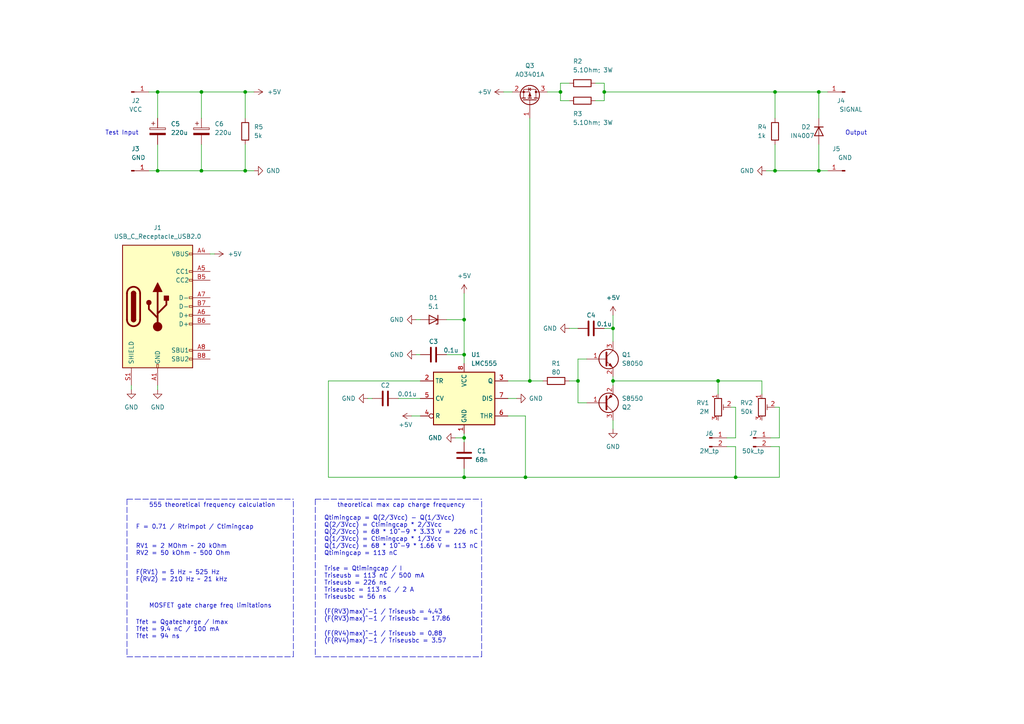
<source format=kicad_sch>
(kicad_sch (version 20211123) (generator eeschema)
  (paper "A4")
  (title_block (title "Cubic Wave Generator") (date "2023-04-24") (rev "5") (company "shklj"))
  (lib_symbols
    (symbol "Connector:Conn_01x01_Male" (pin_names (offset 1.016) hide)
      (property "Reference" "J" (at 0 2.54 0))
      (property "Value" "Conn_01x01_Male" (at 0 -2.54 0))
      (symbol "Conn_01x01_Male_1_1"
        (polyline (pts (xy 1.27 0) (xy 0.8636 0)) (stroke (width 0.1524)))
        (rectangle (start 0.8636 0.127) (end 0 -0.127) (stroke (width 0.1524)) (fill (type outline)))
        (pin passive line (at 5.08 0 180) (length 3.81) (name "Pin_1") (number "1"))
      )
    )
    (symbol "Connector:Conn_01x02_Male" (pin_names (offset 1.016) hide)
      (property "Reference" "J" (at 0 2.54 0))
      (property "Value" "Conn_01x02_Male" (at 0 -5.08 0))
      (symbol "Conn_01x02_Male_1_1"
        (polyline (pts (xy 1.27 -2.54) (xy 0.8636 -2.54)) (stroke (width 0.1524)))
        (polyline (pts (xy 1.27 0) (xy 0.8636 0)) (stroke (width 0.1524)))
        (rectangle (start 0.8636 -2.413) (end 0 -2.667) (stroke (width 0.1524)) (fill (type outline)))
        (rectangle (start 0.8636 0.127) (end 0 -0.127) (stroke (width 0.1524)) (fill (type outline)))
        (pin passive line (at 5.08 0 180) (length 3.81) (name "Pin_1") (number "1"))
        (pin passive line (at 5.08 -2.54 180) (length 3.81) (name "Pin_2") (number "2"))
      )
    )
    (symbol "Connector:USB_C_Receptacle_USB2.0" (pin_names (offset 1.016))
      (property "Reference" "J" (at -10.16 19.05 0))
      (property "Value" "USB_C_Receptacle_USB2.0" (at 19.05 19.05 0))
      (symbol "USB_C_Receptacle_USB2.0_0_0"
        (rectangle (start -0.254 -17.78) (end 0.254 -16.764))
        (rectangle (start 10.16 -14.986) (end 9.144 -15.494))
        (rectangle (start 10.16 -12.446) (end 9.144 -12.954))
        (rectangle (start 10.16 -4.826) (end 9.144 -5.334))
        (rectangle (start 10.16 -2.286) (end 9.144 -2.794))
        (rectangle (start 10.16 0.254) (end 9.144 -0.254))
        (rectangle (start 10.16 2.794) (end 9.144 2.286))
        (rectangle (start 10.16 7.874) (end 9.144 7.366))
        (rectangle (start 10.16 10.414) (end 9.144 9.906))
        (rectangle (start 10.16 15.494) (end 9.144 14.986))
      )
      (symbol "USB_C_Receptacle_USB2.0_0_1"
        (rectangle (start -10.16 17.78) (end 10.16 -17.78) (stroke (width 0.254)) (fill (type background)))
        (arc (start -8.89 -3.81) (mid -6.985 -5.715) (end -5.08 -3.81) (stroke (width 0.508)))
        (arc (start -7.62 -3.81) (mid -6.985 -4.445) (end -6.35 -3.81) (stroke (width 0.254)))
        (arc (start -7.62 -3.81) (mid -6.985 -4.445) (end -6.35 -3.81) (stroke (width 0.254)) (fill (type outline)))
        (rectangle (start -7.62 -3.81) (end -6.35 3.81) (stroke (width 0.254)) (fill (type outline)))
        (arc (start -6.35 3.81) (mid -6.985 4.445) (end -7.62 3.81) (stroke (width 0.254)))
        (arc (start -6.35 3.81) (mid -6.985 4.445) (end -7.62 3.81) (stroke (width 0.254)) (fill (type outline)))
        (arc (start -5.08 3.81) (mid -6.985 5.715) (end -8.89 3.81) (stroke (width 0.508)))
        (circle (center -2.54 1.143) (radius 0.635) (stroke (width 0.254)) (fill (type outline)))
        (circle (center 0 -5.842) (radius 1.27) (fill (type outline)))
        (polyline (pts (xy -8.89 -3.81) (xy -8.89 3.81)) (stroke (width 0.508)))
        (polyline (pts (xy -5.08 3.81) (xy -5.08 -3.81)) (stroke (width 0.508)))
        (polyline (pts (xy 0 -5.842) (xy 0 4.318)) (stroke (width 0.508)))
        (polyline (pts (xy 0 -3.302) (xy -2.54 -0.762) (xy -2.54 0.508)) (stroke (width 0.508)))
        (polyline (pts (xy 0 -2.032) (xy 2.54 0.508) (xy 2.54 1.778)) (stroke (width 0.508)))
        (polyline (pts (xy -1.27 4.318) (xy 0 6.858) (xy 1.27 4.318) (xy -1.27 4.318)) (stroke (width 0.254)) (fill (type outline)))
        (rectangle (start 1.905 1.778) (end 3.175 3.048) (stroke (width 0.254)) (fill (type outline)))
      )
      (symbol "USB_C_Receptacle_USB2.0_1_1"
        (pin passive line (at 0 -22.86 90) (length 5.08) (name "GND") (number "A1"))
        (pin passive line (at 0 -22.86 90) (length 5.08) hide (name "GND") (number "A12"))
        (pin passive line (at 15.24 15.24 180) (length 5.08) (name "VBUS") (number "A4"))
        (pin bidirectional line (at 15.24 10.16 180) (length 5.08) (name "CC1") (number "A5"))
        (pin bidirectional line (at 15.24 -2.54 180) (length 5.08) (name "D+") (number "A6"))
        (pin bidirectional line (at 15.24 2.54 180) (length 5.08) (name "D-") (number "A7"))
        (pin bidirectional line (at 15.24 -12.7 180) (length 5.08) (name "SBU1") (number "A8"))
        (pin passive line (at 15.24 15.24 180) (length 5.08) hide (name "VBUS") (number "A9"))
        (pin passive line (at 0 -22.86 90) (length 5.08) hide (name "GND") (number "B1"))
        (pin passive line (at 0 -22.86 90) (length 5.08) hide (name "GND") (number "B12"))
        (pin passive line (at 15.24 15.24 180) (length 5.08) hide (name "VBUS") (number "B4"))
        (pin bidirectional line (at 15.24 7.62 180) (length 5.08) (name "CC2") (number "B5"))
        (pin bidirectional line (at 15.24 -5.08 180) (length 5.08) (name "D+") (number "B6"))
        (pin bidirectional line (at 15.24 0 180) (length 5.08) (name "D-") (number "B7"))
        (pin bidirectional line (at 15.24 -15.24 180) (length 5.08) (name "SBU2") (number "B8"))
        (pin passive line (at 15.24 15.24 180) (length 5.08) hide (name "VBUS") (number "B9"))
        (pin passive line (at -7.62 -22.86 90) (length 5.08) (name "SHIELD") (number "S1"))
      )
    )
    (symbol "Device:C" (pin_numbers hide) (pin_names (offset 0.254))
      (property "Reference" "C" (at 0.635 2.54 0))
      (property "Value" "C" (at 0.635 -2.54 0))
      (symbol "C_0_1"
        (polyline (pts (xy -2.032 -0.762) (xy 2.032 -0.762)) (stroke (width 0.508)))
        (polyline (pts (xy -2.032 0.762) (xy 2.032 0.762)) (stroke (width 0.508)))
      )
      (symbol "C_1_1"
        (pin passive line (at 0 3.81 270) (length 2.794) (name "~") (number "1"))
        (pin passive line (at 0 -3.81 90) (length 2.794) (name "~") (number "2"))
      )
    )
    (symbol "Device:C_Polarized" (pin_numbers hide) (pin_names (offset 0.254))
      (property "Reference" "C" (at 0.635 2.54 0))
      (property "Value" "C_Polarized" (at 0.635 -2.54 0))
      (symbol "C_Polarized_0_1"
        (rectangle (start -2.286 0.508) (end 2.286 1.016))
        (polyline (pts (xy -1.778 2.286) (xy -0.762 2.286)))
        (polyline (pts (xy -1.27 2.794) (xy -1.27 1.778)))
        (rectangle (start 2.286 -0.508) (end -2.286 -1.016) (fill (type outline)))
      )
      (symbol "C_Polarized_1_1"
        (pin passive line (at 0 3.81 270) (length 2.794) (name "~") (number "1"))
        (pin passive line (at 0 -3.81 90) (length 2.794) (name "~") (number "2"))
      )
    )
    (symbol "Device:D" (pin_numbers hide) (pin_names (offset 1.016) hide)
      (property "Reference" "D" (at 0 2.54 0))
      (property "Value" "D" (at 0 -2.54 0))
      (symbol "D_0_1"
        (polyline (pts (xy -1.27 1.27) (xy -1.27 -1.27)) (stroke (width 0.254)))
        (polyline (pts (xy 1.27 0) (xy -1.27 0)))
        (polyline (pts (xy 1.27 1.27) (xy 1.27 -1.27) (xy -1.27 0) (xy 1.27 1.27)) (stroke (width 0.254)))
      )
      (symbol "D_1_1"
        (pin passive line (at -3.81 0 0) (length 2.54) (name "K") (number "1"))
        (pin passive line (at 3.81 0 180) (length 2.54) (name "A") (number "2"))
      )
    )
    (symbol "Device:D_Zener" (pin_numbers hide) (pin_names (offset 1.016) hide)
      (property "Reference" "D" (at 0 2.54 0))
      (property "Value" "D_Zener" (at 0 -2.54 0))
      (symbol "D_Zener_0_1"
        (polyline (pts (xy 1.27 0) (xy -1.27 0)))
        (polyline (pts (xy -1.27 -1.27) (xy -1.27 1.27) (xy -0.762 1.27)) (stroke (width 0.254)))
        (polyline (pts (xy 1.27 -1.27) (xy 1.27 1.27) (xy -1.27 0) (xy 1.27 -1.27)) (stroke (width 0.254)))
      )
      (symbol "D_Zener_1_1"
        (pin passive line (at -3.81 0 0) (length 2.54) (name "K") (number "1"))
        (pin passive line (at 3.81 0 180) (length 2.54) (name "A") (number "2"))
      )
    )
    (symbol "Device:R" (pin_numbers hide) (pin_names (offset 0))
      (property "Reference" "R" (at 2.032 0 90))
      (property "Value" "R" (at 0 0 90))
      (symbol "R_0_1"
        (rectangle (start -1.016 -2.54) (end 1.016 2.54) (stroke (width 0.254)))
      )
      (symbol "R_1_1"
        (pin passive line (at 0 3.81 270) (length 1.27) (name "~") (number "1"))
        (pin passive line (at 0 -3.81 90) (length 1.27) (name "~") (number "2"))
      )
    )
    (symbol "Device:R_Potentiometer_Trim" (pin_names (offset 1.016) hide)
      (property "Reference" "RV" (at -4.445 0 90))
      (property "Value" "R_Potentiometer_Trim" (at -2.54 0 90))
      (symbol "R_Potentiometer_Trim_0_1"
        (polyline (pts (xy 1.524 0.762) (xy 1.524 -0.762)))
        (polyline (pts (xy 2.54 0) (xy 1.524 0)))
        (rectangle (start 1.016 2.54) (end -1.016 -2.54) (stroke (width 0.254)))
      )
      (symbol "R_Potentiometer_Trim_1_1"
        (pin passive line (at 0 3.81 270) (length 1.27) (name "1") (number "1"))
        (pin passive line (at 3.81 0 180) (length 1.27) (name "2") (number "2"))
        (pin passive line (at 0 -3.81 90) (length 1.27) (name "3") (number "3"))
      )
    )
    (symbol "Timer:NE555D"
      (property "Reference" "U" (at -10.16 8.89 0))
      (property "Value" "NE555D" (at 2.54 8.89 0))
      (symbol "NE555D_0_0"
        (pin power_in line (at 0 -10.16 90) (length 2.54) (name "GND") (number "1"))
        (pin power_in line (at 0 10.16 270) (length 2.54) (name "VCC") (number "8"))
      )
      (symbol "NE555D_0_1"
        (rectangle (start -8.89 -7.62) (end 8.89 7.62) (stroke (width 0.254)) (fill (type background)))
        (rectangle (start -8.89 -7.62) (end 8.89 7.62) (stroke (width 0.254)) (fill (type background)))
      )
      (symbol "NE555D_1_1"
        (pin input line (at -12.7 5.08 0) (length 3.81) (name "TR") (number "2"))
        (pin output line (at 12.7 5.08 180) (length 3.81) (name "Q") (number "3"))
        (pin input inverted (at -12.7 -5.08 0) (length 3.81) (name "R") (number "4"))
        (pin input line (at -12.7 0 0) (length 3.81) (name "CV") (number "5"))
        (pin input line (at 12.7 -5.08 180) (length 3.81) (name "THR") (number "6"))
        (pin input line (at 12.7 0 180) (length 3.81) (name "DIS") (number "7"))
      )
    )
    (symbol "Transistor_BJT:S8050" (pin_names (offset 0) hide)
      (property "Reference" "Q1" (at 5.08 1.2701 0))
      (property "Value" "S8050" (at 5.08 -1.2699 0))
      (symbol "S8050_0_1"
        (polyline (pts (xy 0 0) (xy 0.635 0)))
        (polyline (pts (xy 0.635 0.635) (xy 2.54 2.54)))
        (polyline (pts (xy 0.635 -0.635) (xy 2.54 -2.54) (xy 2.54 -2.54)))
        (polyline (pts (xy 0.635 1.905) (xy 0.635 -1.905) (xy 0.635 -1.905)) (stroke (width 0.508)))
        (polyline (pts (xy 1.27 -1.778) (xy 1.778 -1.27) (xy 2.286 -2.286) (xy 1.27 -1.778) (xy 1.27 -1.778)) (fill (type outline)))
        (circle (center 1.27 0) (radius 2.8194) (stroke (width 0.254)))
      )
      (symbol "S8050_1_1"
        (pin input line (at -5.08 0 0) (length 5.08) (name "B") (number "1"))
        (pin passive line (at 2.54 -5.08 90) (length 2.54) (name "E") (number "2"))
        (pin passive line (at 2.54 5.08 270) (length 2.54) (name "C") (number "3"))
      )
    )
    (symbol "Transistor_BJT:S8550" (pin_names (offset 0) hide)
      (property "Reference" "Q2" (at 5.08 1.2701 0))
      (property "Value" "S8550" (at 5.08 -1.2699 0))
      (symbol "S8550_0_1"
        (polyline (pts (xy 0 0) (xy 0.635 0)))
        (polyline (pts (xy 2.54 -2.54) (xy 0.635 -0.635)))
        (polyline (pts (xy 2.54 2.54) (xy 0.635 0.635)))
        (polyline (pts (xy 0.635 1.905) (xy 0.635 -1.905) (xy 0.635 -1.905)) (stroke (width 0.508)) (fill (type outline)))
        (polyline (pts (xy 1.778 -2.286) (xy 2.286 -1.778) (xy 1.27 -1.27) (xy 1.778 -2.286) (xy 1.778 -2.286)) (fill (type outline)))
        (circle (center 1.27 0) (radius 2.8194) (stroke (width 0.254)))
      )
      (symbol "S8550_1_1"
        (pin input line (at -5.08 0 0) (length 5.08) (name "B") (number "1"))
        (pin passive line (at 2.54 -5.08 90) (length 2.54) (name "E") (number "2"))
        (pin passive line (at 2.54 5.08 270) (length 2.54) (name "C") (number "3"))
      )
    )
    (symbol "Transistor_FET:AO3401A" (pin_names hide)
      (property "Reference" "Q" (at 5.08 1.905 0))
      (property "Value" "AO3401A" (at 5.08 0 0))
      (symbol "AO3401A_0_1"
        (polyline (pts (xy 0.254 0) (xy -2.54 0)))
        (polyline (pts (xy 0.254 1.905) (xy 0.254 -1.905)) (stroke (width 0.254)))
        (polyline (pts (xy 0.762 -1.27) (xy 0.762 -2.286)) (stroke (width 0.254)))
        (polyline (pts (xy 0.762 0.508) (xy 0.762 -0.508)) (stroke (width 0.254)))
        (polyline (pts (xy 0.762 2.286) (xy 0.762 1.27)) (stroke (width 0.254)))
        (polyline (pts (xy 2.54 2.54) (xy 2.54 1.778)))
        (polyline (pts (xy 2.54 -2.54) (xy 2.54 0) (xy 0.762 0)))
        (polyline (pts (xy 0.762 1.778) (xy 3.302 1.778) (xy 3.302 -1.778) (xy 0.762 -1.778)))
        (polyline (pts (xy 2.286 0) (xy 1.27 0.381) (xy 1.27 -0.381) (xy 2.286 0)) (fill (type outline)))
        (polyline (pts (xy 2.794 -0.508) (xy 2.921 -0.381) (xy 3.683 -0.381) (xy 3.81 -0.254)))
        (polyline (pts (xy 3.302 -0.381) (xy 2.921 0.254) (xy 3.683 0.254) (xy 3.302 -0.381)))
        (circle (center 1.651 0) (radius 2.794) (stroke (width 0.254)))
        (circle (center 2.54 -1.778) (radius 0.254) (fill (type outline)))
        (circle (center 2.54 1.778) (radius 0.254) (fill (type outline)))
      )
      (symbol "AO3401A_1_1"
        (pin input line (at -5.08 0 0) (length 2.54) (name "G") (number "1"))
        (pin passive line (at 2.54 -5.08 90) (length 2.54) (name "S") (number "2"))
        (pin passive line (at 2.54 5.08 270) (length 2.54) (name "D") (number "3"))
      )
    )
    (symbol "power:+5V" (power) (pin_names (offset 0))
      (property "Value" "+5V" (at 0 3.556 0))
      (symbol "+5V_0_1"
        (polyline (pts (xy -0.762 1.27) (xy 0 2.54)))
        (polyline (pts (xy 0 0) (xy 0 2.54)))
        (polyline (pts (xy 0 2.54) (xy 0.762 1.27)))
      )
      (symbol "+5V_1_1"
        (pin power_in line (at 0 0 90) (length 0) hide (name "+5V") (number "1"))
      )
    )
    (symbol "power:GND" (power) (pin_names (offset 0))
      (property "Value" "GND" (at 0 -3.81 0))
      (symbol "GND_0_1"
        (polyline (pts (xy 0 0) (xy 0 -1.27) (xy 1.27 -1.27) (xy 0 -2.54) (xy -1.27 -1.27) (xy 0 -1.27)))
      )
      (symbol "GND_1_1"
        (pin power_in line (at 0 0 270) (length 0) hide (name "GND") (number "1"))
      )
    )
  )
  (junction (at 134.62 92.71))
  (junction (at 167.64 110.49))
  (junction (at 58.42 26.67))
  (junction (at 224.79 26.67))
  (junction (at 224.79 49.53))
  (junction (at 213.36 138.43))
  (junction (at 71.12 26.67))
  (junction (at 237.49 26.67))
  (junction (at 134.62 138.43))
  (junction (at 208.28 110.49))
  (junction (at 45.72 26.67))
  (junction (at 152.4 138.43))
  (junction (at 71.12 49.53))
  (junction (at 175.26 26.67))
  (junction (at 153.67 110.49))
  (junction (at 45.72 49.53))
  (junction (at 177.8 110.49))
  (junction (at 177.8 95.25))
  (junction (at 134.62 102.87))
  (junction (at 58.42 49.53))
  (junction (at 134.62 127))
  (junction (at 237.49 49.53))
  (junction (at 162.56 26.67))
  (wire (pts (xy 237.49 26.67) (xy 240.03 26.67)))
  (wire (pts (xy 147.32 110.49) (xy 153.67 110.49)))
  (wire (pts (xy 210.82 127) (xy 213.36 127)))
  (wire (pts (xy 162.56 29.21) (xy 165.1 29.21)))
  (wire (pts (xy 172.72 24.13) (xy 175.26 24.13)))
  (wire (pts (xy 223.52 129.54) (xy 226.06 129.54)))
  (wire (pts (xy 177.8 110.49) (xy 177.8 111.76)))
  (polyline (pts (xy 139.7 190.5) (xy 139.7 144.78)))
  (wire (pts (xy 95.25 138.43) (xy 134.62 138.43)))
  (wire (pts (xy 175.26 24.13) (xy 175.26 26.67)))
  (wire (pts (xy 213.36 118.11) (xy 213.36 127)))
  (wire (pts (xy 153.67 34.29) (xy 153.67 110.49)))
  (wire (pts (xy 134.62 127) (xy 132.08 127)))
  (wire (pts (xy 38.1 111.76) (xy 38.1 113.03)))
  (wire (pts (xy 167.64 110.49) (xy 167.64 116.84)))
  (wire (pts (xy 162.56 24.13) (xy 162.56 26.67)))
  (wire (pts (xy 71.12 26.67) (xy 71.12 34.29)))
  (wire (pts (xy 158.75 26.67) (xy 162.56 26.67)))
  (wire (pts (xy 212.09 118.11) (xy 213.36 118.11)))
  (polyline (pts (xy 91.44 144.78) (xy 139.7 144.78)))
  (polyline (pts (xy 91.44 144.78) (xy 91.44 190.5)))
  (wire (pts (xy 129.54 92.71) (xy 134.62 92.71)))
  (wire (pts (xy 71.12 26.67) (xy 73.66 26.67)))
  (wire (pts (xy 58.42 49.53) (xy 71.12 49.53)))
  (wire (pts (xy 71.12 49.53) (xy 73.66 49.53)))
  (wire (pts (xy 226.06 129.54) (xy 226.06 138.43)))
  (wire (pts (xy 177.8 91.44) (xy 177.8 95.25)))
  (wire (pts (xy 237.49 49.53) (xy 240.03 49.53)))
  (wire (pts (xy 153.67 110.49) (xy 157.48 110.49)))
  (wire (pts (xy 134.62 85.09) (xy 134.62 92.71)))
  (wire (pts (xy 167.64 116.84) (xy 170.18 116.84)))
  (wire (pts (xy 213.36 129.54) (xy 213.36 138.43)))
  (wire (pts (xy 129.54 102.87) (xy 134.62 102.87)))
  (wire (pts (xy 152.4 120.65) (xy 147.32 120.65)))
  (wire (pts (xy 237.49 41.91) (xy 237.49 49.53)))
  (wire (pts (xy 220.98 110.49) (xy 220.98 114.3)))
  (wire (pts (xy 213.36 138.43) (xy 226.06 138.43)))
  (wire (pts (xy 45.72 26.67) (xy 58.42 26.67)))
  (wire (pts (xy 43.18 26.67) (xy 45.72 26.67)))
  (wire (pts (xy 224.79 118.11) (xy 226.06 118.11)))
  (wire (pts (xy 237.49 26.67) (xy 237.49 34.29)))
  (wire (pts (xy 58.42 41.91) (xy 58.42 49.53)))
  (wire (pts (xy 45.72 41.91) (xy 45.72 49.53)))
  (wire (pts (xy 177.8 121.92) (xy 177.8 124.46)))
  (wire (pts (xy 106.68 115.57) (xy 107.95 115.57)))
  (wire (pts (xy 147.32 115.57) (xy 149.86 115.57)))
  (wire (pts (xy 224.79 49.53) (xy 237.49 49.53)))
  (wire (pts (xy 134.62 102.87) (xy 134.62 105.41)))
  (wire (pts (xy 175.26 29.21) (xy 172.72 29.21)))
  (wire (pts (xy 175.26 26.67) (xy 224.79 26.67)))
  (wire (pts (xy 222.25 49.53) (xy 224.79 49.53)))
  (wire (pts (xy 152.4 120.65) (xy 152.4 138.43)))
  (wire (pts (xy 177.8 109.22) (xy 177.8 110.49)))
  (polyline (pts (xy 85.09 190.5) (xy 85.09 144.78)))
  (wire (pts (xy 58.42 26.67) (xy 58.42 34.29)))
  (wire (pts (xy 175.26 95.25) (xy 177.8 95.25)))
  (wire (pts (xy 115.57 115.57) (xy 121.92 115.57)))
  (wire (pts (xy 165.1 110.49) (xy 167.64 110.49)))
  (wire (pts (xy 175.26 26.67) (xy 175.26 29.21)))
  (wire (pts (xy 134.62 92.71) (xy 134.62 102.87)))
  (wire (pts (xy 58.42 26.67) (xy 71.12 26.67)))
  (wire (pts (xy 120.65 102.87) (xy 121.92 102.87)))
  (wire (pts (xy 43.18 49.53) (xy 45.72 49.53)))
  (wire (pts (xy 223.52 127) (xy 226.06 127)))
  (wire (pts (xy 95.25 110.49) (xy 95.25 138.43)))
  (wire (pts (xy 226.06 118.11) (xy 226.06 127)))
  (wire (pts (xy 177.8 95.25) (xy 177.8 99.06)))
  (wire (pts (xy 71.12 41.91) (xy 71.12 49.53)))
  (wire (pts (xy 45.72 111.76) (xy 45.72 113.03)))
  (wire (pts (xy 224.79 26.67) (xy 224.79 34.29)))
  (wire (pts (xy 152.4 138.43) (xy 213.36 138.43)))
  (wire (pts (xy 224.79 41.91) (xy 224.79 49.53)))
  (wire (pts (xy 177.8 110.49) (xy 208.28 110.49)))
  (polyline (pts (xy 36.83 190.5) (xy 85.09 190.5)))
  (wire (pts (xy 134.62 138.43) (xy 152.4 138.43)))
  (wire (pts (xy 120.65 92.71) (xy 121.92 92.71)))
  (wire (pts (xy 208.28 110.49) (xy 220.98 110.49)))
  (polyline (pts (xy 91.44 190.5) (xy 139.7 190.5)))
  (wire (pts (xy 208.28 110.49) (xy 208.28 114.3)))
  (polyline (pts (xy 36.83 144.78) (xy 85.09 144.78)))
  (wire (pts (xy 167.64 104.14) (xy 167.64 110.49)))
  (wire (pts (xy 210.82 129.54) (xy 213.36 129.54)))
  (polyline (pts (xy 36.83 144.78) (xy 36.83 190.5)))
  (wire (pts (xy 165.1 95.25) (xy 167.64 95.25)))
  (wire (pts (xy 162.56 24.13) (xy 165.1 24.13)))
  (wire (pts (xy 60.96 73.66) (xy 62.23 73.66)))
  (wire (pts (xy 45.72 49.53) (xy 58.42 49.53)))
  (wire (pts (xy 170.18 104.14) (xy 167.64 104.14)))
  (wire (pts (xy 121.92 110.49) (xy 95.25 110.49)))
  (wire (pts (xy 134.62 135.89) (xy 134.62 138.43)))
  (wire (pts (xy 119.38 120.65) (xy 121.92 120.65)))
  (wire (pts (xy 146.05 26.67) (xy 148.59 26.67)))
  (wire (pts (xy 134.62 125.73) (xy 134.62 127)))
  (wire (pts (xy 134.62 127) (xy 134.62 128.27)))
  (wire (pts (xy 45.72 26.67) (xy 45.72 34.29)))
  (wire (pts (xy 162.56 26.67) (xy 162.56 29.21)))
  (wire (pts (xy 224.79 26.67) (xy 237.49 26.67)))
  (text "Test Input" (at 30.48 39.37 0) (effects (font (size 1.27 1.27)) (justify left bottom)))
  (text "Trise = Qtimingcap / I\nTriseusb = 113 nC / 500 mA\nTriseusb = 226 ns\nTriseusbc = 113 nC / 2 A\nTriseusbc = 56 ns" (at 93.98 173.99 0) (effects (font (size 1.27 1.27)) (justify left bottom)))
  (text "theoretical max cap charge frequency\n" (at 97.79 147.32 0) (effects (font (size 1.27 1.27)) (justify left bottom)))
  (text "F(RV1) = 5 Hz ~ 525 Hz\nF(RV2) = 210 Hz ~ 21 kHz" (at 39.37 168.91 0) (effects (font (size 1.27 1.27)) (justify left bottom)))
  (text "(F(RV4)max)^-1 / Triseusb = 0.88\n(F(RV4)max)^-1 / Triseusbc = 3.57" (at 93.98 186.69 0) (effects (font (size 1.27 1.27)) (justify left bottom)))
  (text "RV1 = 2 MOhm ~ 20 kOhm\nRV2 = 50 kOhm ~ 500 Ohm" (at 39.37 161.29 0) (effects (font (size 1.27 1.27)) (justify left bottom)))
  (text "Tfet = Qgatecharge / Imax\nTfet = 9.4 nC / 100 mA\nTfet = 94 ns" (at 39.37 185.42 0) (effects (font (size 1.27 1.27)) (justify left bottom)))
  (text "F = 0.71 / Rtrimpot / Ctimingcap" (at 39.37 153.67 0) (effects (font (size 1.27 1.27)) (justify left bottom)))
  (text "MOSFET gate charge freq limitations" (at 43.18 176.53 0) (effects (font (size 1.27 1.27)) (justify left bottom)))
  (text "555 theoretical frequency calculation" (at 43.18 147.32 0) (effects (font (size 1.27 1.27)) (justify left bottom)))
  (text "Qtimingcap = Q(2/3Vcc) - Q(1/3Vcc)\nQ(2/3Vcc) = Ctimingcap * 2/3Vcc\nQ(2/3Vcc) = 68 * 10^-9 * 3.33 V = 226 nC\nQ(1/3Vcc) = Ctimingcap * 1/3Vcc\nQ(1/3Vcc) = 68 * 10^-9 * 1.66 V = 113 nC\nQtimingcap = 113 nC" (at 93.98 161.29 0) (effects (font (size 1.27 1.27)) (justify left bottom)))
  (text "Output" (at 245.11 39.37 0) (effects (font (size 1.27 1.27)) (justify left bottom)))
  (text "(F(RV3)max)^-1 / Triseusb = 4.43\n(F(RV3)max)^-1 / Triseusbc = 17.86\n" (at 93.98 180.34 0) (effects (font (size 1.27 1.27)) (justify left bottom)))
  (symbol (lib_id "Device:R") (at 71.12 38.1 180) (unit 1)
    (property "Reference" "R5" (at 73.66 36.8299 0) (effects (justify right)))
    (property "Value" "5k" (at 73.66 39.3699 0) (effects (justify right)))
    (property "Footprint" "Resistor_THT:R_Axial_DIN0207_L6.3mm_D2.5mm_P10.16mm_Horizontal" (effects hide))
  )
  (symbol (lib_id "power:+5V") (at 62.23 73.66 270) (unit 1)
    (property "Reference" "#PWR0116" (effects hide))
    (property "Value" "+5V" (at 66.04 73.6599 90) (effects (justify left)))
  )
  (symbol (lib_id "Device:C") (at 111.76 115.57 90) (unit 1)
    (property "Reference" "C2" (at 111.76 111.76 90))
    (property "Value" "0.01u" (at 118.11 114.3 90))
    (property "Footprint" "Capacitor_SMD:C_0603_1608Metric" (effects hide))
  )
  (symbol (lib_id "Connector:Conn_01x01_Male") (at 38.1 49.53 0) (unit 1)
    (property "Reference" "J3" (at 38.1 43.18 0) (effects (justify left)))
    (property "Value" "GND" (at 38.1 45.72 0) (effects (justify left)))
    (property "Footprint" "TestPoint:TestPoint_Pad_D3.0mm" (effects hide))
  )
  (symbol (lib_id "power:+5V") (at 73.66 26.67 270) (unit 1)
    (property "Reference" "#PWR0103" (effects hide))
    (property "Value" "+5V" (at 77.47 26.6699 90) (effects (justify left)))
  )
  (symbol (lib_id "Connector:USB_C_Receptacle_USB2.0") (at 45.72 88.9 0) (unit 1)
    (property "Reference" "J1" (at 45.72 66.04 0))
    (property "Value" "USB_C_Receptacle_USB2.0" (at 45.72 68.58 0))
    (property "Footprint" "Connector_USB:USB_C_Receptacle_XKB_U262-16XN-4BVC11" (effects hide))
    (property "Datasheet" "https://www.usb.org/sites/default/files/documents/usb_type-c.zip" (effects hide))
  )
  (symbol (lib_id "power:GND") (at 45.72 113.03 0) (unit 1)
    (property "Reference" "#PWR0118" (effects hide))
    (property "Value" "GND" (at 45.72 118.11 0))
  )
  (symbol (lib_id "Device:R") (at 161.29 110.49 90) (unit 1)
    (property "Reference" "R1" (at 161.29 105.41 90))
    (property "Value" "80" (at 161.29 107.95 90))
    (property "Footprint" "Resistor_SMD:R_1206_3216Metric" (effects hide))
  )
  (symbol (lib_id "Transistor_FET:AO3401A") (at 153.67 29.21 270) (mirror x) (unit 1)
    (property "Reference" "Q3" (at 153.67 19.05 90))
    (property "Value" "AO3401A" (at 153.67 21.59 90))
    (property "Footprint" "Package_TO_SOT_SMD:SOT-23" (effects hide))
    (property "Datasheet" "http://www.aosmd.com/pdfs/datasheet/AO3401A.pdf" (effects hide))
  )
  (symbol (lib_id "Connector:Conn_01x01_Male") (at 38.1 26.67 0) (unit 1)
    (property "Reference" "J2" (at 39.37 29.21 0))
    (property "Value" "VCC" (at 39.37 31.75 0))
    (property "Footprint" "TestPoint:TestPoint_Pad_D3.0mm" (effects hide))
  )
  (symbol (lib_id "Device:R_Potentiometer_Trim") (at 208.28 118.11 0) (unit 1)
    (property "Reference" "RV1" (at 205.74 116.8399 0) (effects (justify right)))
    (property "Value" "2M" (at 205.74 119.3799 0) (effects (justify right)))
    (property "Footprint" "Potentiometer_THT:Potentiometer_Bourns_3296W_Vertical" (effects hide))
  )
  (symbol (lib_id "power:GND") (at 38.1 113.03 0) (unit 1)
    (property "Reference" "#PWR0117" (effects hide))
    (property "Value" "GND" (at 38.1 118.11 0))
  )
  (symbol (lib_id "Device:C_Polarized") (at 45.72 38.1 0) (unit 1)
    (property "Reference" "C5" (at 49.53 35.9409 0) (effects (justify left)))
    (property "Value" "220u" (at 49.53 38.4809 0) (effects (justify left)))
    (property "Footprint" "Capacitor_THT:CP_Radial_D8.0mm_P3.80mm" (effects hide))
  )
  (symbol (lib_id "Device:R") (at 168.91 29.21 270) (unit 1)
    (property "Reference" "R3" (at 168.91 33.02 90) (effects (justify right)))
    (property "Value" "5.1Ohm; 3W" (at 177.8 35.56 90) (effects (justify right)))
    (property "Footprint" "Resistor_THT:R_Axial_Power_L20.0mm_W6.4mm_P30.48mm" (effects hide))
  )
  (symbol (lib_id "power:GND") (at 106.68 115.57 270) (unit 1)
    (property "Reference" "#PWR0112" (effects hide))
    (property "Value" "GND" (at 99.06 115.57 90) (effects (justify left)))
  )
  (symbol (lib_id "power:+5V") (at 177.8 91.44 0) (unit 1)
    (property "Reference" "#PWR0106" (effects hide))
    (property "Value" "+5V" (at 177.8 86.36 0))
  )
  (symbol (lib_id "power:+5V") (at 134.62 85.09 0) (unit 1)
    (property "Reference" "#PWR0110" (effects hide))
    (property "Value" "+5V" (at 134.62 80.01 0))
  )
  (symbol (lib_id "power:GND") (at 120.65 102.87 270) (unit 1)
    (property "Reference" "#PWR0114" (effects hide))
    (property "Value" "GND" (at 113.03 102.87 90) (effects (justify left)))
  )
  (symbol (lib_id "Device:C") (at 125.73 102.87 90) (unit 1)
    (property "Reference" "C3" (at 125.73 99.06 90))
    (property "Value" "0.1u" (at 130.81 101.6 90))
    (property "Footprint" "Capacitor_SMD:C_0603_1608Metric" (effects hide))
  )
  (symbol (lib_id "Connector:Conn_01x02_Male") (at 218.44 127 0) (unit 1)
    (property "Reference" "J7" (at 218.44 125.73 0))
    (property "Value" "50k_tp" (at 218.44 130.81 0))
    (property "Footprint" "Connector_PinHeader_2.54mm:PinHeader_1x02_P2.54mm_Vertical" (effects hide))
  )
  (symbol (lib_id "power:+5V") (at 146.05 26.67 90) (unit 1)
    (property "Reference" "#PWR0105" (effects hide))
    (property "Value" "+5V" (at 138.43 26.67 90) (effects (justify right)))
  )
  (symbol (lib_id "Transistor_BJT:S8050") (at 175.26 104.14 0) (unit 1)
    (property "Reference" "Q1" (at 180.34 102.8699 0) (effects (justify left)))
    (property "Value" "S8050" (at 180.34 105.4099 0) (effects (justify left)))
    (property "Footprint" "Package_TO_SOT_SMD:SOT-23" (effects hide))
    (property "Datasheet" "http://www.unisonic.com.tw/datasheet/S8050.pdf" (effects hide))
    (property "Spice_Primitive" "Q" (effects hide))
    (property "Spice_Model" "S8050" (effects hide))
    (property "Spice_Netlist_Enabled" "Y" (effects hide))
    (property "Spice_Node_Sequence" "321" (effects hide))
  )
  (symbol (lib_id "Device:D_Zener") (at 125.73 92.71 180) (unit 1)
    (property "Reference" "D1" (at 125.73 86.36 0))
    (property "Value" "5.1" (at 125.73 88.9 0))
    (property "Footprint" "Diode_SMD:D_SOD-123" (effects hide))
  )
  (symbol (lib_id "power:GND") (at 120.65 92.71 270) (unit 1)
    (property "Reference" "#PWR0109" (effects hide))
    (property "Value" "GND" (at 113.03 92.71 90) (effects (justify left)))
  )
  (symbol (lib_id "power:GND") (at 165.1 95.25 270) (unit 1)
    (property "Reference" "#PWR0107" (effects hide))
    (property "Value" "GND" (at 157.48 95.25 90) (effects (justify left)))
  )
  (symbol (lib_id "Transistor_BJT:S8550") (at 175.26 116.84 0) (mirror x) (unit 1)
    (property "Reference" "Q2" (at 180.34 118.1101 0) (effects (justify left)))
    (property "Value" "S8550" (at 180.34 115.5701 0) (effects (justify left)))
    (property "Footprint" "Package_TO_SOT_SMD:SOT-23" (effects hide))
    (property "Datasheet" "http://www.unisonic.com.tw/datasheet/S8550.pdf" (effects hide))
  )
  (symbol (lib_id "Connector:Conn_01x01_Male") (at 245.11 26.67 180) (unit 1)
    (property "Reference" "J4" (at 245.11 29.21 0) (effects (justify left)))
    (property "Value" "SIGNAL" (at 250.19 31.75 0) (effects (justify left)))
    (property "Footprint" "TestPoint:TestPoint_THTPad_3.0x3.0mm_Drill1.5mm" (effects hide))
  )
  (symbol (lib_id "power:GND") (at 73.66 49.53 90) (unit 1)
    (property "Reference" "#PWR0104" (effects hide))
    (property "Value" "GND" (at 81.28 49.53 90) (effects (justify left)))
  )
  (symbol (lib_id "Device:C_Polarized") (at 58.42 38.1 0) (unit 1)
    (property "Reference" "C6" (at 62.23 35.9409 0) (effects (justify left)))
    (property "Value" "220u" (at 62.23 38.4809 0) (effects (justify left)))
    (property "Footprint" "Capacitor_THT:CP_Radial_D8.0mm_P3.80mm" (effects hide))
  )
  (symbol (lib_id "Device:R") (at 224.79 38.1 180) (unit 1)
    (property "Reference" "R4" (at 219.71 36.83 0) (effects (justify right)))
    (property "Value" "1k" (at 219.71 39.37 0) (effects (justify right)))
    (property "Footprint" "Resistor_THT:R_Axial_DIN0207_L6.3mm_D2.5mm_P10.16mm_Horizontal" (effects hide))
  )
  (symbol (lib_id "Connector:Conn_01x01_Male") (at 245.11 49.53 180) (unit 1)
    (property "Reference" "J5" (at 242.57 43.18 0))
    (property "Value" "GND" (at 245.11 45.72 0))
    (property "Footprint" "TestPoint:TestPoint_THTPad_3.0x3.0mm_Drill1.5mm" (effects hide))
  )
  (symbol (lib_id "power:GND") (at 132.08 127 270) (unit 1)
    (property "Reference" "#PWR0111" (effects hide))
    (property "Value" "GND" (at 128.27 126.9999 90) (effects (justify right)))
  )
  (symbol (lib_id "power:+5V") (at 119.38 120.65 90) (unit 1)
    (property "Reference" "#PWR0113" (effects hide))
    (property "Value" "+5V" (at 115.57 123.19 90) (effects (justify right)))
  )
  (symbol (lib_id "power:GND") (at 222.25 49.53 270) (unit 1)
    (property "Reference" "#PWR0115" (effects hide))
    (property "Value" "GND" (at 214.63 49.53 90) (effects (justify left)))
  )
  (symbol (lib_id "Timer:NE555D") (at 134.62 115.57 0) (unit 1)
    (property "Reference" "U1" (at 136.6394 102.87 0) (effects (justify left)))
    (property "Value" "LMC555" (at 136.6394 105.41 0) (effects (justify left)))
    (property "Footprint" "Package_SO:SOIC-8_3.9x4.9mm_P1.27mm" (effects hide))
    (property "Datasheet" "http://www.ti.com/lit/ds/symlink/ne555.pdf" (effects hide))
  )
  (symbol (lib_id "Device:C") (at 171.45 95.25 90) (unit 1)
    (property "Reference" "C4" (at 171.45 91.44 90))
    (property "Value" "0.1u" (at 175.26 93.98 90))
    (property "Footprint" "Capacitor_SMD:C_0603_1608Metric" (effects hide))
  )
  (symbol (lib_id "Device:R_Potentiometer_Trim") (at 220.98 118.11 0) (unit 1)
    (property "Reference" "RV2" (at 218.44 116.8399 0) (effects (justify right)))
    (property "Value" "50k" (at 218.44 119.3799 0) (effects (justify right)))
    (property "Footprint" "Potentiometer_THT:Potentiometer_Bourns_3296W_Vertical" (effects hide))
  )
  (symbol (lib_id "power:GND") (at 149.86 115.57 90) (unit 1)
    (property "Reference" "#PWR0101" (effects hide))
    (property "Value" "GND" (at 157.48 115.57 90) (effects (justify left)))
  )
  (symbol (lib_id "Connector:Conn_01x02_Male") (at 205.74 127 0) (unit 1)
    (property "Reference" "J6" (at 205.74 125.73 0))
    (property "Value" "2M_tp" (at 205.74 130.81 0))
    (property "Footprint" "Connector_PinHeader_2.54mm:PinHeader_1x02_P2.54mm_Vertical" (effects hide))
  )
  (symbol (lib_id "Device:C") (at 134.62 132.08 0) (unit 1)
    (property "Reference" "C1" (at 139.7 130.81 0))
    (property "Value" "68n" (at 139.7 133.35 0))
    (property "Footprint" "Capacitor_SMD:C_1206_3216Metric" (effects hide))
  )
  (symbol (lib_id "Device:R") (at 168.91 24.13 270) (unit 1)
    (property "Reference" "R2" (at 168.91 17.78 90) (effects (justify right)))
    (property "Value" "5.1Ohm; 3W" (at 177.8 20.32 90) (effects (justify right)))
    (property "Footprint" "Resistor_THT:R_Axial_Power_L20.0mm_W6.4mm_P30.48mm" (effects hide))
  )
  (symbol (lib_id "power:GND") (at 177.8 124.46 0) (unit 1)
    (property "Reference" "#PWR0102" (effects hide))
    (property "Value" "GND" (at 177.8 129.54 0))
  )
  (symbol (lib_id "Device:D") (at 237.49 38.1 270) (unit 1)
    (property "Reference" "D2" (at 232.41 36.83 90) (effects (justify left)))
    (property "Value" "IN4007" (at 236.22 39.37 90) (effects (justify right)))
    (property "Footprint" "Diode_THT:D_DO-41_SOD81_P10.16mm_Horizontal" (effects hide))
  )
)
</source>
